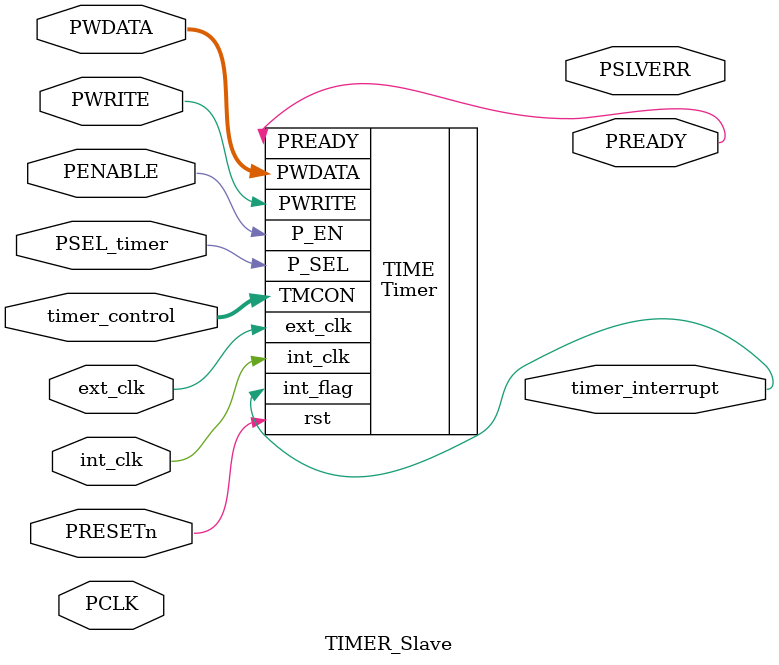
<source format=v>
module TIMER_Slave (
    input  wire        PCLK,
    input  wire        PRESETn,
    //input  wire [31:0] PADDR,
    input  wire        PSEL_timer,
    input  wire        PENABLE,
    input  wire        PWRITE,
    input  wire [31:0] PWDATA,
    input  wire [6:0]  timer_control,
    //output reg  [31:0] PRDATA,
    output          PREADY,
    output reg         PSLVERR,
    input ext_clk,
    input int_clk,
    output timer_interrupt
);
    
    
Timer TIME(
         .ext_clk(ext_clk),
         .int_clk(int_clk),
         .rst(PRESETn), 
         .PWRITE(PWRITE),  
         .P_EN(PENABLE), 
         .P_SEL(PSEL_timer),
         .TMCON(timer_control),
         .PWDATA(PWDATA),
         .PREADY(PREADY),
         .int_flag(timer_interrupt)
); 
endmodule
</source>
